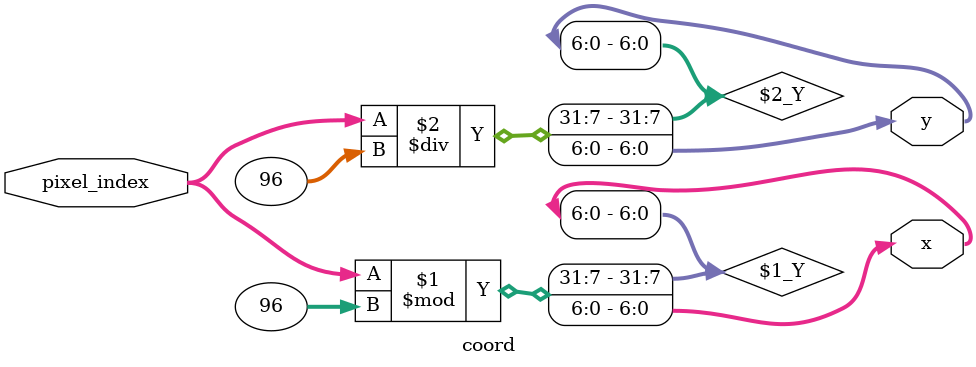
<source format=v>
`timescale 1ns / 1ps


module coord(input [12:0] pixel_index, output [6:0] x, output [6:0] y);

    assign x = pixel_index % 96;
    assign y = pixel_index / 96;

endmodule

</source>
